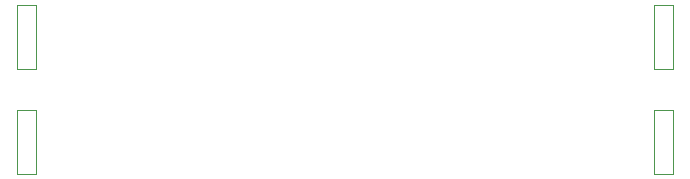
<source format=gbr>
%TF.GenerationSoftware,KiCad,Pcbnew,7.0.1*%
%TF.CreationDate,2023-06-14T03:00:12+09:00*%
%TF.ProjectId,dcc-adapter-board-kato-1.310-21mtc,6463632d-6164-4617-9074-65722d626f61,rev?*%
%TF.SameCoordinates,Original*%
%TF.FileFunction,Other,User*%
%FSLAX46Y46*%
G04 Gerber Fmt 4.6, Leading zero omitted, Abs format (unit mm)*
G04 Created by KiCad (PCBNEW 7.0.1) date 2023-06-14 03:00:12*
%MOMM*%
%LPD*%
G01*
G04 APERTURE LIST*
%ADD10C,0.050000*%
G04 APERTURE END LIST*
D10*
%TO.C,LED_{Rear_Left}1*%
X65460000Y-31680000D02*
X67080000Y-31680000D01*
X67080000Y-31680000D02*
X67080000Y-26220000D01*
X65460000Y-26220000D02*
X65460000Y-31680000D01*
X67080000Y-26220000D02*
X65460000Y-26220000D01*
%TO.C,LED_{Front_Left}1*%
X121040000Y-26220000D02*
X119420000Y-26220000D01*
X119420000Y-26220000D02*
X119420000Y-31680000D01*
X121040000Y-31680000D02*
X121040000Y-26220000D01*
X119420000Y-31680000D02*
X121040000Y-31680000D01*
%TO.C,LED_{Front_Right}1*%
X121040000Y-35120000D02*
X119420000Y-35120000D01*
X119420000Y-35120000D02*
X119420000Y-40580000D01*
X121040000Y-40580000D02*
X121040000Y-35120000D01*
X119420000Y-40580000D02*
X121040000Y-40580000D01*
%TO.C,LED_{Rear_Right}1*%
X65460000Y-40580000D02*
X67080000Y-40580000D01*
X67080000Y-40580000D02*
X67080000Y-35120000D01*
X65460000Y-35120000D02*
X65460000Y-40580000D01*
X67080000Y-35120000D02*
X65460000Y-35120000D01*
%TD*%
M02*

</source>
